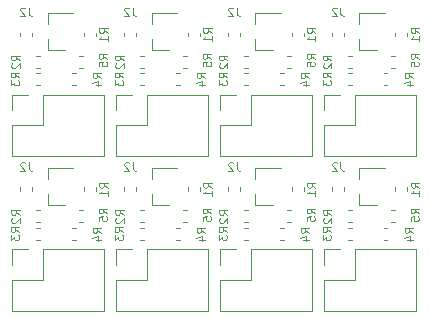
<source format=gbr>
G04 #@! TF.GenerationSoftware,KiCad,Pcbnew,(5.0.1-3-g963ef8bb5)*
G04 #@! TF.CreationDate,2019-09-15T11:53:47-04:00*
G04 #@! TF.ProjectId,RPiheader2x2,5250696865616465723278322E6B6963,rev?*
G04 #@! TF.SameCoordinates,Original*
G04 #@! TF.FileFunction,Legend,Bot*
G04 #@! TF.FilePolarity,Positive*
%FSLAX45Y45*%
G04 Gerber Fmt 4.5, Leading zero omitted, Abs format (unit mm)*
G04 Created by KiCad (PCBNEW (5.0.1-3-g963ef8bb5)) date Sunday, September 15, 2019 at 11:53:47 am*
%MOMM*%
%LPD*%
G01*
G04 APERTURE LIST*
%ADD10C,0.120000*%
%ADD11C,0.080000*%
G04 APERTURE END LIST*
D10*
G04 #@! TO.C,R4*
X-326278Y1929000D02*
X-293722Y1929000D01*
X-326278Y2031000D02*
X-293722Y2031000D01*
G04 #@! TO.C,R1*
X-226000Y2343722D02*
X-226000Y2376278D01*
X-124000Y2343722D02*
X-124000Y2376278D01*
G04 #@! TO.C,R2*
X-626278Y2079000D02*
X-593722Y2079000D01*
X-626278Y2181000D02*
X-593722Y2181000D01*
G04 #@! TO.C,J2*
X-1641000Y2376278D02*
X-1641000Y2343722D01*
X-1539000Y2376278D02*
X-1539000Y2343722D01*
G04 #@! TO.C,R5*
X-1146278Y2079000D02*
X-1113722Y2079000D01*
X-1146278Y2181000D02*
X-1113722Y2181000D01*
G04 #@! TO.C,J2*
X-659000Y2376278D02*
X-659000Y2343722D01*
X-761000Y2376278D02*
X-761000Y2343722D01*
G04 #@! TO.C,R1*
X-124000Y1033722D02*
X-124000Y1066278D01*
X-226000Y1033722D02*
X-226000Y1066278D01*
G04 #@! TO.C,J1*
X-55000Y542000D02*
X-55000Y22000D01*
X-569000Y542000D02*
X-55000Y542000D01*
X-829000Y22000D02*
X-55000Y22000D01*
X-569000Y542000D02*
X-569000Y282000D01*
X-569000Y282000D02*
X-829000Y282000D01*
X-829000Y282000D02*
X-829000Y22000D01*
X-696000Y542000D02*
X-829000Y542000D01*
X-829000Y542000D02*
X-829000Y409000D01*
G04 #@! TO.C,Q1*
X-531000Y917000D02*
X-531000Y1010000D01*
X-531000Y1233000D02*
X-531000Y1140000D01*
X-531000Y1233000D02*
X-315000Y1233000D01*
X-531000Y917000D02*
X-385000Y917000D01*
G04 #@! TO.C,R4*
X-326278Y721000D02*
X-293722Y721000D01*
X-326278Y619000D02*
X-293722Y619000D01*
G04 #@! TO.C,R3*
X-626278Y619000D02*
X-593722Y619000D01*
X-626278Y721000D02*
X-593722Y721000D01*
G04 #@! TO.C,R2*
X-626278Y871000D02*
X-593722Y871000D01*
X-626278Y769000D02*
X-593722Y769000D01*
G04 #@! TO.C,J2*
X-761000Y1066278D02*
X-761000Y1033722D01*
X-659000Y1066278D02*
X-659000Y1033722D01*
G04 #@! TO.C,R5*
X-266278Y769000D02*
X-233722Y769000D01*
X-266278Y871000D02*
X-233722Y871000D01*
G04 #@! TO.C,R4*
X-1206278Y2031000D02*
X-1173722Y2031000D01*
X-1206278Y1929000D02*
X-1173722Y1929000D01*
G04 #@! TO.C,R5*
X-266278Y2181000D02*
X-233722Y2181000D01*
X-266278Y2079000D02*
X-233722Y2079000D01*
G04 #@! TO.C,J1*
X-829000Y1852000D02*
X-829000Y1719000D01*
X-696000Y1852000D02*
X-829000Y1852000D01*
X-829000Y1592000D02*
X-829000Y1332000D01*
X-569000Y1592000D02*
X-829000Y1592000D01*
X-569000Y1852000D02*
X-569000Y1592000D01*
X-829000Y1332000D02*
X-55000Y1332000D01*
X-569000Y1852000D02*
X-55000Y1852000D01*
X-55000Y1852000D02*
X-55000Y1332000D01*
G04 #@! TO.C,Q1*
X-531000Y2227000D02*
X-385000Y2227000D01*
X-531000Y2543000D02*
X-315000Y2543000D01*
X-531000Y2543000D02*
X-531000Y2450000D01*
X-531000Y2227000D02*
X-531000Y2320000D01*
G04 #@! TO.C,J2*
X-1539000Y1066278D02*
X-1539000Y1033722D01*
X-1641000Y1066278D02*
X-1641000Y1033722D01*
G04 #@! TO.C,R5*
X-1146278Y871000D02*
X-1113722Y871000D01*
X-1146278Y769000D02*
X-1113722Y769000D01*
G04 #@! TO.C,R4*
X-1206278Y619000D02*
X-1173722Y619000D01*
X-1206278Y721000D02*
X-1173722Y721000D01*
G04 #@! TO.C,R3*
X-1506278Y721000D02*
X-1473722Y721000D01*
X-1506278Y619000D02*
X-1473722Y619000D01*
G04 #@! TO.C,R2*
X-1506278Y769000D02*
X-1473722Y769000D01*
X-1506278Y871000D02*
X-1473722Y871000D01*
G04 #@! TO.C,Q1*
X-1411000Y917000D02*
X-1265000Y917000D01*
X-1411000Y1233000D02*
X-1195000Y1233000D01*
X-1411000Y1233000D02*
X-1411000Y1140000D01*
X-1411000Y917000D02*
X-1411000Y1010000D01*
G04 #@! TO.C,J1*
X-1709000Y542000D02*
X-1709000Y409000D01*
X-1576000Y542000D02*
X-1709000Y542000D01*
X-1709000Y282000D02*
X-1709000Y22000D01*
X-1449000Y282000D02*
X-1709000Y282000D01*
X-1449000Y542000D02*
X-1449000Y282000D01*
X-1709000Y22000D02*
X-935000Y22000D01*
X-1449000Y542000D02*
X-935000Y542000D01*
X-935000Y542000D02*
X-935000Y22000D01*
G04 #@! TO.C,R1*
X-1106000Y1033722D02*
X-1106000Y1066278D01*
X-1004000Y1033722D02*
X-1004000Y1066278D01*
X-1004000Y2343722D02*
X-1004000Y2376278D01*
X-1106000Y2343722D02*
X-1106000Y2376278D01*
G04 #@! TO.C,J1*
X-935000Y1852000D02*
X-935000Y1332000D01*
X-1449000Y1852000D02*
X-935000Y1852000D01*
X-1709000Y1332000D02*
X-935000Y1332000D01*
X-1449000Y1852000D02*
X-1449000Y1592000D01*
X-1449000Y1592000D02*
X-1709000Y1592000D01*
X-1709000Y1592000D02*
X-1709000Y1332000D01*
X-1576000Y1852000D02*
X-1709000Y1852000D01*
X-1709000Y1852000D02*
X-1709000Y1719000D01*
G04 #@! TO.C,Q1*
X-1411000Y2227000D02*
X-1411000Y2320000D01*
X-1411000Y2543000D02*
X-1411000Y2450000D01*
X-1411000Y2543000D02*
X-1195000Y2543000D01*
X-1411000Y2227000D02*
X-1265000Y2227000D01*
G04 #@! TO.C,R2*
X-1506278Y2181000D02*
X-1473722Y2181000D01*
X-1506278Y2079000D02*
X-1473722Y2079000D01*
G04 #@! TO.C,R3*
X-1506278Y1929000D02*
X-1473722Y1929000D01*
X-1506278Y2031000D02*
X-1473722Y2031000D01*
X-626278Y2031000D02*
X-593722Y2031000D01*
X-626278Y1929000D02*
X-593722Y1929000D01*
G04 #@! TO.C,R1*
X1636000Y2343722D02*
X1636000Y2376278D01*
X1534000Y2343722D02*
X1534000Y2376278D01*
G04 #@! TO.C,J1*
X1705000Y1852000D02*
X1705000Y1332000D01*
X1191000Y1852000D02*
X1705000Y1852000D01*
X931000Y1332000D02*
X1705000Y1332000D01*
X1191000Y1852000D02*
X1191000Y1592000D01*
X1191000Y1592000D02*
X931000Y1592000D01*
X931000Y1592000D02*
X931000Y1332000D01*
X1064000Y1852000D02*
X931000Y1852000D01*
X931000Y1852000D02*
X931000Y1719000D01*
G04 #@! TO.C,Q1*
X1229000Y2227000D02*
X1229000Y2320000D01*
X1229000Y2543000D02*
X1229000Y2450000D01*
X1229000Y2543000D02*
X1445000Y2543000D01*
X1229000Y2227000D02*
X1375000Y2227000D01*
G04 #@! TO.C,R4*
X1433722Y2031000D02*
X1466278Y2031000D01*
X1433722Y1929000D02*
X1466278Y1929000D01*
G04 #@! TO.C,R3*
X1133722Y1929000D02*
X1166278Y1929000D01*
X1133722Y2031000D02*
X1166278Y2031000D01*
G04 #@! TO.C,R2*
X1133722Y2181000D02*
X1166278Y2181000D01*
X1133722Y2079000D02*
X1166278Y2079000D01*
G04 #@! TO.C,J2*
X999000Y2376278D02*
X999000Y2343722D01*
X1101000Y2376278D02*
X1101000Y2343722D01*
G04 #@! TO.C,R5*
X1493722Y2079000D02*
X1526278Y2079000D01*
X1493722Y2181000D02*
X1526278Y2181000D01*
G04 #@! TO.C,J2*
X221000Y2376278D02*
X221000Y2343722D01*
X119000Y2376278D02*
X119000Y2343722D01*
G04 #@! TO.C,R5*
X613722Y2181000D02*
X646278Y2181000D01*
X613722Y2079000D02*
X646278Y2079000D01*
G04 #@! TO.C,R4*
X553722Y1929000D02*
X586278Y1929000D01*
X553722Y2031000D02*
X586278Y2031000D01*
G04 #@! TO.C,R3*
X253722Y2031000D02*
X286278Y2031000D01*
X253722Y1929000D02*
X286278Y1929000D01*
G04 #@! TO.C,R2*
X253722Y2079000D02*
X286278Y2079000D01*
X253722Y2181000D02*
X286278Y2181000D01*
G04 #@! TO.C,Q1*
X349000Y2227000D02*
X495000Y2227000D01*
X349000Y2543000D02*
X565000Y2543000D01*
X349000Y2543000D02*
X349000Y2450000D01*
X349000Y2227000D02*
X349000Y2320000D01*
G04 #@! TO.C,J1*
X51000Y1852000D02*
X51000Y1719000D01*
X184000Y1852000D02*
X51000Y1852000D01*
X51000Y1592000D02*
X51000Y1332000D01*
X311000Y1592000D02*
X51000Y1592000D01*
X311000Y1852000D02*
X311000Y1592000D01*
X51000Y1332000D02*
X825000Y1332000D01*
X311000Y1852000D02*
X825000Y1852000D01*
X825000Y1852000D02*
X825000Y1332000D01*
G04 #@! TO.C,R1*
X654000Y2343722D02*
X654000Y2376278D01*
X756000Y2343722D02*
X756000Y2376278D01*
G04 #@! TO.C,J2*
X1101000Y1066278D02*
X1101000Y1033722D01*
X999000Y1066278D02*
X999000Y1033722D01*
G04 #@! TO.C,R5*
X1493722Y871000D02*
X1526278Y871000D01*
X1493722Y769000D02*
X1526278Y769000D01*
G04 #@! TO.C,R4*
X1433722Y619000D02*
X1466278Y619000D01*
X1433722Y721000D02*
X1466278Y721000D01*
G04 #@! TO.C,R3*
X1133722Y721000D02*
X1166278Y721000D01*
X1133722Y619000D02*
X1166278Y619000D01*
G04 #@! TO.C,R2*
X1133722Y769000D02*
X1166278Y769000D01*
X1133722Y871000D02*
X1166278Y871000D01*
G04 #@! TO.C,Q1*
X1229000Y917000D02*
X1375000Y917000D01*
X1229000Y1233000D02*
X1445000Y1233000D01*
X1229000Y1233000D02*
X1229000Y1140000D01*
X1229000Y917000D02*
X1229000Y1010000D01*
G04 #@! TO.C,J1*
X931000Y542000D02*
X931000Y409000D01*
X1064000Y542000D02*
X931000Y542000D01*
X931000Y282000D02*
X931000Y22000D01*
X1191000Y282000D02*
X931000Y282000D01*
X1191000Y542000D02*
X1191000Y282000D01*
X931000Y22000D02*
X1705000Y22000D01*
X1191000Y542000D02*
X1705000Y542000D01*
X1705000Y542000D02*
X1705000Y22000D01*
G04 #@! TO.C,R1*
X1534000Y1033722D02*
X1534000Y1066278D01*
X1636000Y1033722D02*
X1636000Y1066278D01*
X756000Y1033722D02*
X756000Y1066278D01*
X654000Y1033722D02*
X654000Y1066278D01*
G04 #@! TO.C,J1*
X825000Y542000D02*
X825000Y22000D01*
X311000Y542000D02*
X825000Y542000D01*
X51000Y22000D02*
X825000Y22000D01*
X311000Y542000D02*
X311000Y282000D01*
X311000Y282000D02*
X51000Y282000D01*
X51000Y282000D02*
X51000Y22000D01*
X184000Y542000D02*
X51000Y542000D01*
X51000Y542000D02*
X51000Y409000D01*
G04 #@! TO.C,Q1*
X349000Y917000D02*
X349000Y1010000D01*
X349000Y1233000D02*
X349000Y1140000D01*
X349000Y1233000D02*
X565000Y1233000D01*
X349000Y917000D02*
X495000Y917000D01*
G04 #@! TO.C,R2*
X253722Y871000D02*
X286278Y871000D01*
X253722Y769000D02*
X286278Y769000D01*
G04 #@! TO.C,R3*
X253722Y619000D02*
X286278Y619000D01*
X253722Y721000D02*
X286278Y721000D01*
G04 #@! TO.C,R4*
X553722Y721000D02*
X586278Y721000D01*
X553722Y619000D02*
X586278Y619000D01*
G04 #@! TO.C,R5*
X613722Y769000D02*
X646278Y769000D01*
X613722Y871000D02*
X646278Y871000D01*
G04 #@! TO.C,J2*
X119000Y1066278D02*
X119000Y1033722D01*
X221000Y1066278D02*
X221000Y1033722D01*
G04 #@! TO.C,R4*
D11*
X-78333Y1991667D02*
X-111667Y2015000D01*
X-78333Y2031667D02*
X-148333Y2031667D01*
X-148333Y2005000D01*
X-145000Y1998333D01*
X-141667Y1995000D01*
X-135000Y1991667D01*
X-125000Y1991667D01*
X-118333Y1995000D01*
X-115000Y1998333D01*
X-111667Y2005000D01*
X-111667Y2031667D01*
X-125000Y1931667D02*
X-78333Y1931667D01*
X-151667Y1948333D02*
X-101667Y1965000D01*
X-101667Y1921667D01*
G04 #@! TO.C,R1*
X-23333Y2371667D02*
X-56667Y2395000D01*
X-23333Y2411667D02*
X-93333Y2411667D01*
X-93333Y2385000D01*
X-90000Y2378333D01*
X-86667Y2375000D01*
X-80000Y2371667D01*
X-70000Y2371667D01*
X-63333Y2375000D01*
X-60000Y2378333D01*
X-56667Y2385000D01*
X-56667Y2411667D01*
X-23333Y2305000D02*
X-23333Y2345000D01*
X-23333Y2325000D02*
X-93333Y2325000D01*
X-83333Y2331667D01*
X-76667Y2338333D01*
X-73333Y2345000D01*
G04 #@! TO.C,R2*
X-768333Y2141667D02*
X-801667Y2165000D01*
X-768333Y2181667D02*
X-838333Y2181667D01*
X-838333Y2155000D01*
X-835000Y2148333D01*
X-831667Y2145000D01*
X-825000Y2141667D01*
X-815000Y2141667D01*
X-808333Y2145000D01*
X-805000Y2148333D01*
X-801667Y2155000D01*
X-801667Y2181667D01*
X-831667Y2115000D02*
X-835000Y2111667D01*
X-838333Y2105000D01*
X-838333Y2088333D01*
X-835000Y2081667D01*
X-831667Y2078333D01*
X-825000Y2075000D01*
X-818333Y2075000D01*
X-808333Y2078333D01*
X-768333Y2118333D01*
X-768333Y2075000D01*
G04 #@! TO.C,J2*
X-1571667Y2588333D02*
X-1571667Y2538333D01*
X-1568333Y2528333D01*
X-1561667Y2521667D01*
X-1551667Y2518333D01*
X-1545000Y2518333D01*
X-1601667Y2581667D02*
X-1605000Y2585000D01*
X-1611667Y2588333D01*
X-1628333Y2588333D01*
X-1635000Y2585000D01*
X-1638333Y2581667D01*
X-1641667Y2575000D01*
X-1641667Y2568333D01*
X-1638333Y2558333D01*
X-1598333Y2518333D01*
X-1641667Y2518333D01*
G04 #@! TO.C,R5*
X-908333Y2156667D02*
X-941667Y2180000D01*
X-908333Y2196667D02*
X-978333Y2196667D01*
X-978333Y2170000D01*
X-975000Y2163333D01*
X-971667Y2160000D01*
X-965000Y2156667D01*
X-955000Y2156667D01*
X-948333Y2160000D01*
X-945000Y2163333D01*
X-941667Y2170000D01*
X-941667Y2196667D01*
X-978333Y2093333D02*
X-978333Y2126667D01*
X-945000Y2130000D01*
X-948333Y2126667D01*
X-951667Y2120000D01*
X-951667Y2103333D01*
X-948333Y2096667D01*
X-945000Y2093333D01*
X-938333Y2090000D01*
X-921667Y2090000D01*
X-915000Y2093333D01*
X-911667Y2096667D01*
X-908333Y2103333D01*
X-908333Y2120000D01*
X-911667Y2126667D01*
X-915000Y2130000D01*
G04 #@! TO.C,J2*
X-691667Y2588333D02*
X-691667Y2538333D01*
X-688333Y2528333D01*
X-681667Y2521667D01*
X-671667Y2518333D01*
X-665000Y2518333D01*
X-721667Y2581667D02*
X-725000Y2585000D01*
X-731667Y2588333D01*
X-748333Y2588333D01*
X-755000Y2585000D01*
X-758333Y2581667D01*
X-761667Y2575000D01*
X-761667Y2568333D01*
X-758333Y2558333D01*
X-718333Y2518333D01*
X-761667Y2518333D01*
G04 #@! TO.C,R1*
X-23333Y1061667D02*
X-56667Y1085000D01*
X-23333Y1101667D02*
X-93333Y1101667D01*
X-93333Y1075000D01*
X-90000Y1068333D01*
X-86667Y1065000D01*
X-80000Y1061667D01*
X-70000Y1061667D01*
X-63333Y1065000D01*
X-60000Y1068333D01*
X-56667Y1075000D01*
X-56667Y1101667D01*
X-23333Y995000D02*
X-23333Y1035000D01*
X-23333Y1015000D02*
X-93333Y1015000D01*
X-83333Y1021667D01*
X-76667Y1028333D01*
X-73333Y1035000D01*
G04 #@! TO.C,R4*
X-78333Y681667D02*
X-111667Y705000D01*
X-78333Y721667D02*
X-148333Y721667D01*
X-148333Y695000D01*
X-145000Y688333D01*
X-141667Y685000D01*
X-135000Y681667D01*
X-125000Y681667D01*
X-118333Y685000D01*
X-115000Y688333D01*
X-111667Y695000D01*
X-111667Y721667D01*
X-125000Y621667D02*
X-78333Y621667D01*
X-151667Y638333D02*
X-101667Y655000D01*
X-101667Y611667D01*
G04 #@! TO.C,R3*
X-773333Y686667D02*
X-806667Y710000D01*
X-773333Y726667D02*
X-843333Y726667D01*
X-843333Y700000D01*
X-840000Y693333D01*
X-836667Y690000D01*
X-830000Y686667D01*
X-820000Y686667D01*
X-813333Y690000D01*
X-810000Y693333D01*
X-806667Y700000D01*
X-806667Y726667D01*
X-843333Y663333D02*
X-843333Y620000D01*
X-816667Y643333D01*
X-816667Y633333D01*
X-813333Y626667D01*
X-810000Y623333D01*
X-803333Y620000D01*
X-786667Y620000D01*
X-780000Y623333D01*
X-776667Y626667D01*
X-773333Y633333D01*
X-773333Y653333D01*
X-776667Y660000D01*
X-780000Y663333D01*
G04 #@! TO.C,R2*
X-768333Y831667D02*
X-801667Y855000D01*
X-768333Y871667D02*
X-838333Y871667D01*
X-838333Y845000D01*
X-835000Y838333D01*
X-831667Y835000D01*
X-825000Y831667D01*
X-815000Y831667D01*
X-808333Y835000D01*
X-805000Y838333D01*
X-801667Y845000D01*
X-801667Y871667D01*
X-831667Y805000D02*
X-835000Y801667D01*
X-838333Y795000D01*
X-838333Y778333D01*
X-835000Y771667D01*
X-831667Y768333D01*
X-825000Y765000D01*
X-818333Y765000D01*
X-808333Y768333D01*
X-768333Y808333D01*
X-768333Y765000D01*
G04 #@! TO.C,J2*
X-691667Y1278333D02*
X-691667Y1228333D01*
X-688333Y1218333D01*
X-681667Y1211667D01*
X-671667Y1208333D01*
X-665000Y1208333D01*
X-721667Y1271667D02*
X-725000Y1275000D01*
X-731667Y1278333D01*
X-748333Y1278333D01*
X-755000Y1275000D01*
X-758333Y1271667D01*
X-761667Y1265000D01*
X-761667Y1258333D01*
X-758333Y1248333D01*
X-718333Y1208333D01*
X-761667Y1208333D01*
G04 #@! TO.C,R5*
X-28333Y846667D02*
X-61667Y870000D01*
X-28333Y886667D02*
X-98333Y886667D01*
X-98333Y860000D01*
X-95000Y853333D01*
X-91667Y850000D01*
X-85000Y846667D01*
X-75000Y846667D01*
X-68333Y850000D01*
X-65000Y853333D01*
X-61667Y860000D01*
X-61667Y886667D01*
X-98333Y783333D02*
X-98333Y816667D01*
X-65000Y820000D01*
X-68333Y816667D01*
X-71667Y810000D01*
X-71667Y793333D01*
X-68333Y786667D01*
X-65000Y783333D01*
X-58333Y780000D01*
X-41667Y780000D01*
X-35000Y783333D01*
X-31667Y786667D01*
X-28333Y793333D01*
X-28333Y810000D01*
X-31667Y816667D01*
X-35000Y820000D01*
G04 #@! TO.C,R4*
X-958333Y1991667D02*
X-991667Y2015000D01*
X-958333Y2031667D02*
X-1028333Y2031667D01*
X-1028333Y2005000D01*
X-1025000Y1998333D01*
X-1021667Y1995000D01*
X-1015000Y1991667D01*
X-1005000Y1991667D01*
X-998333Y1995000D01*
X-995000Y1998333D01*
X-991667Y2005000D01*
X-991667Y2031667D01*
X-1005000Y1931667D02*
X-958333Y1931667D01*
X-1031667Y1948333D02*
X-981667Y1965000D01*
X-981667Y1921667D01*
G04 #@! TO.C,R5*
X-28333Y2156667D02*
X-61667Y2180000D01*
X-28333Y2196667D02*
X-98333Y2196667D01*
X-98333Y2170000D01*
X-95000Y2163333D01*
X-91667Y2160000D01*
X-85000Y2156667D01*
X-75000Y2156667D01*
X-68333Y2160000D01*
X-65000Y2163333D01*
X-61667Y2170000D01*
X-61667Y2196667D01*
X-98333Y2093333D02*
X-98333Y2126667D01*
X-65000Y2130000D01*
X-68333Y2126667D01*
X-71667Y2120000D01*
X-71667Y2103333D01*
X-68333Y2096667D01*
X-65000Y2093333D01*
X-58333Y2090000D01*
X-41667Y2090000D01*
X-35000Y2093333D01*
X-31667Y2096667D01*
X-28333Y2103333D01*
X-28333Y2120000D01*
X-31667Y2126667D01*
X-35000Y2130000D01*
G04 #@! TO.C,J2*
X-1571667Y1278333D02*
X-1571667Y1228333D01*
X-1568333Y1218333D01*
X-1561667Y1211667D01*
X-1551667Y1208333D01*
X-1545000Y1208333D01*
X-1601667Y1271667D02*
X-1605000Y1275000D01*
X-1611667Y1278333D01*
X-1628333Y1278333D01*
X-1635000Y1275000D01*
X-1638333Y1271667D01*
X-1641667Y1265000D01*
X-1641667Y1258333D01*
X-1638333Y1248333D01*
X-1598333Y1208333D01*
X-1641667Y1208333D01*
G04 #@! TO.C,R5*
X-908333Y846667D02*
X-941667Y870000D01*
X-908333Y886667D02*
X-978333Y886667D01*
X-978333Y860000D01*
X-975000Y853333D01*
X-971667Y850000D01*
X-965000Y846667D01*
X-955000Y846667D01*
X-948333Y850000D01*
X-945000Y853333D01*
X-941667Y860000D01*
X-941667Y886667D01*
X-978333Y783333D02*
X-978333Y816667D01*
X-945000Y820000D01*
X-948333Y816667D01*
X-951667Y810000D01*
X-951667Y793333D01*
X-948333Y786667D01*
X-945000Y783333D01*
X-938333Y780000D01*
X-921667Y780000D01*
X-915000Y783333D01*
X-911667Y786667D01*
X-908333Y793333D01*
X-908333Y810000D01*
X-911667Y816667D01*
X-915000Y820000D01*
G04 #@! TO.C,R4*
X-958333Y681667D02*
X-991667Y705000D01*
X-958333Y721667D02*
X-1028333Y721667D01*
X-1028333Y695000D01*
X-1025000Y688333D01*
X-1021667Y685000D01*
X-1015000Y681667D01*
X-1005000Y681667D01*
X-998333Y685000D01*
X-995000Y688333D01*
X-991667Y695000D01*
X-991667Y721667D01*
X-1005000Y621667D02*
X-958333Y621667D01*
X-1031667Y638333D02*
X-981667Y655000D01*
X-981667Y611667D01*
G04 #@! TO.C,R3*
X-1653333Y686667D02*
X-1686667Y710000D01*
X-1653333Y726667D02*
X-1723333Y726667D01*
X-1723333Y700000D01*
X-1720000Y693333D01*
X-1716667Y690000D01*
X-1710000Y686667D01*
X-1700000Y686667D01*
X-1693333Y690000D01*
X-1690000Y693333D01*
X-1686667Y700000D01*
X-1686667Y726667D01*
X-1723333Y663333D02*
X-1723333Y620000D01*
X-1696667Y643333D01*
X-1696667Y633333D01*
X-1693333Y626667D01*
X-1690000Y623333D01*
X-1683333Y620000D01*
X-1666667Y620000D01*
X-1660000Y623333D01*
X-1656667Y626667D01*
X-1653333Y633333D01*
X-1653333Y653333D01*
X-1656667Y660000D01*
X-1660000Y663333D01*
G04 #@! TO.C,R2*
X-1648333Y831667D02*
X-1681667Y855000D01*
X-1648333Y871667D02*
X-1718333Y871667D01*
X-1718333Y845000D01*
X-1715000Y838333D01*
X-1711667Y835000D01*
X-1705000Y831667D01*
X-1695000Y831667D01*
X-1688333Y835000D01*
X-1685000Y838333D01*
X-1681667Y845000D01*
X-1681667Y871667D01*
X-1711667Y805000D02*
X-1715000Y801667D01*
X-1718333Y795000D01*
X-1718333Y778333D01*
X-1715000Y771667D01*
X-1711667Y768333D01*
X-1705000Y765000D01*
X-1698333Y765000D01*
X-1688333Y768333D01*
X-1648333Y808333D01*
X-1648333Y765000D01*
G04 #@! TO.C,R1*
X-903333Y1061667D02*
X-936667Y1085000D01*
X-903333Y1101667D02*
X-973333Y1101667D01*
X-973333Y1075000D01*
X-970000Y1068333D01*
X-966667Y1065000D01*
X-960000Y1061667D01*
X-950000Y1061667D01*
X-943333Y1065000D01*
X-940000Y1068333D01*
X-936667Y1075000D01*
X-936667Y1101667D01*
X-903333Y995000D02*
X-903333Y1035000D01*
X-903333Y1015000D02*
X-973333Y1015000D01*
X-963333Y1021667D01*
X-956667Y1028333D01*
X-953333Y1035000D01*
X-903333Y2371667D02*
X-936667Y2395000D01*
X-903333Y2411667D02*
X-973333Y2411667D01*
X-973333Y2385000D01*
X-970000Y2378333D01*
X-966667Y2375000D01*
X-960000Y2371667D01*
X-950000Y2371667D01*
X-943333Y2375000D01*
X-940000Y2378333D01*
X-936667Y2385000D01*
X-936667Y2411667D01*
X-903333Y2305000D02*
X-903333Y2345000D01*
X-903333Y2325000D02*
X-973333Y2325000D01*
X-963333Y2331667D01*
X-956667Y2338333D01*
X-953333Y2345000D01*
G04 #@! TO.C,R2*
X-1648333Y2141667D02*
X-1681667Y2165000D01*
X-1648333Y2181667D02*
X-1718333Y2181667D01*
X-1718333Y2155000D01*
X-1715000Y2148333D01*
X-1711667Y2145000D01*
X-1705000Y2141667D01*
X-1695000Y2141667D01*
X-1688333Y2145000D01*
X-1685000Y2148333D01*
X-1681667Y2155000D01*
X-1681667Y2181667D01*
X-1711667Y2115000D02*
X-1715000Y2111667D01*
X-1718333Y2105000D01*
X-1718333Y2088333D01*
X-1715000Y2081667D01*
X-1711667Y2078333D01*
X-1705000Y2075000D01*
X-1698333Y2075000D01*
X-1688333Y2078333D01*
X-1648333Y2118333D01*
X-1648333Y2075000D01*
G04 #@! TO.C,R3*
X-1653333Y1996667D02*
X-1686667Y2020000D01*
X-1653333Y2036667D02*
X-1723333Y2036667D01*
X-1723333Y2010000D01*
X-1720000Y2003333D01*
X-1716667Y2000000D01*
X-1710000Y1996667D01*
X-1700000Y1996667D01*
X-1693333Y2000000D01*
X-1690000Y2003333D01*
X-1686667Y2010000D01*
X-1686667Y2036667D01*
X-1723333Y1973333D02*
X-1723333Y1930000D01*
X-1696667Y1953333D01*
X-1696667Y1943333D01*
X-1693333Y1936667D01*
X-1690000Y1933333D01*
X-1683333Y1930000D01*
X-1666667Y1930000D01*
X-1660000Y1933333D01*
X-1656667Y1936667D01*
X-1653333Y1943333D01*
X-1653333Y1963333D01*
X-1656667Y1970000D01*
X-1660000Y1973333D01*
X-773333Y1996667D02*
X-806667Y2020000D01*
X-773333Y2036667D02*
X-843333Y2036667D01*
X-843333Y2010000D01*
X-840000Y2003333D01*
X-836667Y2000000D01*
X-830000Y1996667D01*
X-820000Y1996667D01*
X-813333Y2000000D01*
X-810000Y2003333D01*
X-806667Y2010000D01*
X-806667Y2036667D01*
X-843333Y1973333D02*
X-843333Y1930000D01*
X-816667Y1953333D01*
X-816667Y1943333D01*
X-813333Y1936667D01*
X-810000Y1933333D01*
X-803333Y1930000D01*
X-786667Y1930000D01*
X-780000Y1933333D01*
X-776667Y1936667D01*
X-773333Y1943333D01*
X-773333Y1963333D01*
X-776667Y1970000D01*
X-780000Y1973333D01*
G04 #@! TO.C,R1*
X1736667Y2371667D02*
X1703333Y2395000D01*
X1736667Y2411667D02*
X1666667Y2411667D01*
X1666667Y2385000D01*
X1670000Y2378333D01*
X1673333Y2375000D01*
X1680000Y2371667D01*
X1690000Y2371667D01*
X1696667Y2375000D01*
X1700000Y2378333D01*
X1703333Y2385000D01*
X1703333Y2411667D01*
X1736667Y2305000D02*
X1736667Y2345000D01*
X1736667Y2325000D02*
X1666667Y2325000D01*
X1676667Y2331667D01*
X1683333Y2338333D01*
X1686667Y2345000D01*
G04 #@! TO.C,R4*
X1681667Y1991667D02*
X1648333Y2015000D01*
X1681667Y2031667D02*
X1611667Y2031667D01*
X1611667Y2005000D01*
X1615000Y1998333D01*
X1618333Y1995000D01*
X1625000Y1991667D01*
X1635000Y1991667D01*
X1641667Y1995000D01*
X1645000Y1998333D01*
X1648333Y2005000D01*
X1648333Y2031667D01*
X1635000Y1931667D02*
X1681667Y1931667D01*
X1608333Y1948333D02*
X1658333Y1965000D01*
X1658333Y1921667D01*
G04 #@! TO.C,R3*
X986667Y1996667D02*
X953333Y2020000D01*
X986667Y2036667D02*
X916667Y2036667D01*
X916667Y2010000D01*
X920000Y2003333D01*
X923333Y2000000D01*
X930000Y1996667D01*
X940000Y1996667D01*
X946667Y2000000D01*
X950000Y2003333D01*
X953333Y2010000D01*
X953333Y2036667D01*
X916667Y1973333D02*
X916667Y1930000D01*
X943333Y1953333D01*
X943333Y1943333D01*
X946667Y1936667D01*
X950000Y1933333D01*
X956667Y1930000D01*
X973333Y1930000D01*
X980000Y1933333D01*
X983333Y1936667D01*
X986667Y1943333D01*
X986667Y1963333D01*
X983333Y1970000D01*
X980000Y1973333D01*
G04 #@! TO.C,R2*
X991667Y2141667D02*
X958333Y2165000D01*
X991667Y2181667D02*
X921667Y2181667D01*
X921667Y2155000D01*
X925000Y2148333D01*
X928333Y2145000D01*
X935000Y2141667D01*
X945000Y2141667D01*
X951667Y2145000D01*
X955000Y2148333D01*
X958333Y2155000D01*
X958333Y2181667D01*
X928333Y2115000D02*
X925000Y2111667D01*
X921667Y2105000D01*
X921667Y2088333D01*
X925000Y2081667D01*
X928333Y2078333D01*
X935000Y2075000D01*
X941667Y2075000D01*
X951667Y2078333D01*
X991667Y2118333D01*
X991667Y2075000D01*
G04 #@! TO.C,J2*
X1068333Y2588333D02*
X1068333Y2538333D01*
X1071667Y2528333D01*
X1078333Y2521667D01*
X1088333Y2518333D01*
X1095000Y2518333D01*
X1038333Y2581667D02*
X1035000Y2585000D01*
X1028333Y2588333D01*
X1011667Y2588333D01*
X1005000Y2585000D01*
X1001667Y2581667D01*
X998333Y2575000D01*
X998333Y2568333D01*
X1001667Y2558333D01*
X1041667Y2518333D01*
X998333Y2518333D01*
G04 #@! TO.C,R5*
X1731667Y2156667D02*
X1698333Y2180000D01*
X1731667Y2196667D02*
X1661667Y2196667D01*
X1661667Y2170000D01*
X1665000Y2163333D01*
X1668333Y2160000D01*
X1675000Y2156667D01*
X1685000Y2156667D01*
X1691667Y2160000D01*
X1695000Y2163333D01*
X1698333Y2170000D01*
X1698333Y2196667D01*
X1661667Y2093333D02*
X1661667Y2126667D01*
X1695000Y2130000D01*
X1691667Y2126667D01*
X1688333Y2120000D01*
X1688333Y2103333D01*
X1691667Y2096667D01*
X1695000Y2093333D01*
X1701667Y2090000D01*
X1718333Y2090000D01*
X1725000Y2093333D01*
X1728333Y2096667D01*
X1731667Y2103333D01*
X1731667Y2120000D01*
X1728333Y2126667D01*
X1725000Y2130000D01*
G04 #@! TO.C,J2*
X188333Y2588333D02*
X188333Y2538333D01*
X191667Y2528333D01*
X198333Y2521667D01*
X208333Y2518333D01*
X215000Y2518333D01*
X158333Y2581667D02*
X155000Y2585000D01*
X148333Y2588333D01*
X131667Y2588333D01*
X125000Y2585000D01*
X121667Y2581667D01*
X118333Y2575000D01*
X118333Y2568333D01*
X121667Y2558333D01*
X161667Y2518333D01*
X118333Y2518333D01*
G04 #@! TO.C,R5*
X851667Y2156667D02*
X818333Y2180000D01*
X851667Y2196667D02*
X781667Y2196667D01*
X781667Y2170000D01*
X785000Y2163333D01*
X788333Y2160000D01*
X795000Y2156667D01*
X805000Y2156667D01*
X811667Y2160000D01*
X815000Y2163333D01*
X818333Y2170000D01*
X818333Y2196667D01*
X781667Y2093333D02*
X781667Y2126667D01*
X815000Y2130000D01*
X811667Y2126667D01*
X808333Y2120000D01*
X808333Y2103333D01*
X811667Y2096667D01*
X815000Y2093333D01*
X821667Y2090000D01*
X838333Y2090000D01*
X845000Y2093333D01*
X848333Y2096667D01*
X851667Y2103333D01*
X851667Y2120000D01*
X848333Y2126667D01*
X845000Y2130000D01*
G04 #@! TO.C,R4*
X801667Y1991667D02*
X768333Y2015000D01*
X801667Y2031667D02*
X731667Y2031667D01*
X731667Y2005000D01*
X735000Y1998333D01*
X738333Y1995000D01*
X745000Y1991667D01*
X755000Y1991667D01*
X761667Y1995000D01*
X765000Y1998333D01*
X768333Y2005000D01*
X768333Y2031667D01*
X755000Y1931667D02*
X801667Y1931667D01*
X728333Y1948333D02*
X778333Y1965000D01*
X778333Y1921667D01*
G04 #@! TO.C,R3*
X106667Y1996667D02*
X73333Y2020000D01*
X106667Y2036667D02*
X36667Y2036667D01*
X36667Y2010000D01*
X40000Y2003333D01*
X43333Y2000000D01*
X50000Y1996667D01*
X60000Y1996667D01*
X66667Y2000000D01*
X70000Y2003333D01*
X73333Y2010000D01*
X73333Y2036667D01*
X36667Y1973333D02*
X36667Y1930000D01*
X63333Y1953333D01*
X63333Y1943333D01*
X66667Y1936667D01*
X70000Y1933333D01*
X76667Y1930000D01*
X93333Y1930000D01*
X100000Y1933333D01*
X103333Y1936667D01*
X106667Y1943333D01*
X106667Y1963333D01*
X103333Y1970000D01*
X100000Y1973333D01*
G04 #@! TO.C,R2*
X111667Y2141667D02*
X78333Y2165000D01*
X111667Y2181667D02*
X41667Y2181667D01*
X41667Y2155000D01*
X45000Y2148333D01*
X48333Y2145000D01*
X55000Y2141667D01*
X65000Y2141667D01*
X71667Y2145000D01*
X75000Y2148333D01*
X78333Y2155000D01*
X78333Y2181667D01*
X48333Y2115000D02*
X45000Y2111667D01*
X41667Y2105000D01*
X41667Y2088333D01*
X45000Y2081667D01*
X48333Y2078333D01*
X55000Y2075000D01*
X61667Y2075000D01*
X71667Y2078333D01*
X111667Y2118333D01*
X111667Y2075000D01*
G04 #@! TO.C,R1*
X856667Y2371667D02*
X823333Y2395000D01*
X856667Y2411667D02*
X786667Y2411667D01*
X786667Y2385000D01*
X790000Y2378333D01*
X793333Y2375000D01*
X800000Y2371667D01*
X810000Y2371667D01*
X816667Y2375000D01*
X820000Y2378333D01*
X823333Y2385000D01*
X823333Y2411667D01*
X856667Y2305000D02*
X856667Y2345000D01*
X856667Y2325000D02*
X786667Y2325000D01*
X796667Y2331667D01*
X803333Y2338333D01*
X806667Y2345000D01*
G04 #@! TO.C,J2*
X1068333Y1278333D02*
X1068333Y1228333D01*
X1071667Y1218333D01*
X1078333Y1211667D01*
X1088333Y1208333D01*
X1095000Y1208333D01*
X1038333Y1271667D02*
X1035000Y1275000D01*
X1028333Y1278333D01*
X1011667Y1278333D01*
X1005000Y1275000D01*
X1001667Y1271667D01*
X998333Y1265000D01*
X998333Y1258333D01*
X1001667Y1248333D01*
X1041667Y1208333D01*
X998333Y1208333D01*
G04 #@! TO.C,R5*
X1731667Y846667D02*
X1698333Y870000D01*
X1731667Y886667D02*
X1661667Y886667D01*
X1661667Y860000D01*
X1665000Y853333D01*
X1668333Y850000D01*
X1675000Y846667D01*
X1685000Y846667D01*
X1691667Y850000D01*
X1695000Y853333D01*
X1698333Y860000D01*
X1698333Y886667D01*
X1661667Y783333D02*
X1661667Y816667D01*
X1695000Y820000D01*
X1691667Y816667D01*
X1688333Y810000D01*
X1688333Y793333D01*
X1691667Y786667D01*
X1695000Y783333D01*
X1701667Y780000D01*
X1718333Y780000D01*
X1725000Y783333D01*
X1728333Y786667D01*
X1731667Y793333D01*
X1731667Y810000D01*
X1728333Y816667D01*
X1725000Y820000D01*
G04 #@! TO.C,R4*
X1681667Y681667D02*
X1648333Y705000D01*
X1681667Y721667D02*
X1611667Y721667D01*
X1611667Y695000D01*
X1615000Y688333D01*
X1618333Y685000D01*
X1625000Y681667D01*
X1635000Y681667D01*
X1641667Y685000D01*
X1645000Y688333D01*
X1648333Y695000D01*
X1648333Y721667D01*
X1635000Y621667D02*
X1681667Y621667D01*
X1608333Y638333D02*
X1658333Y655000D01*
X1658333Y611667D01*
G04 #@! TO.C,R3*
X986667Y686667D02*
X953333Y710000D01*
X986667Y726667D02*
X916667Y726667D01*
X916667Y700000D01*
X920000Y693333D01*
X923333Y690000D01*
X930000Y686667D01*
X940000Y686667D01*
X946667Y690000D01*
X950000Y693333D01*
X953333Y700000D01*
X953333Y726667D01*
X916667Y663333D02*
X916667Y620000D01*
X943333Y643333D01*
X943333Y633333D01*
X946667Y626667D01*
X950000Y623333D01*
X956667Y620000D01*
X973333Y620000D01*
X980000Y623333D01*
X983333Y626667D01*
X986667Y633333D01*
X986667Y653333D01*
X983333Y660000D01*
X980000Y663333D01*
G04 #@! TO.C,R2*
X991667Y831667D02*
X958333Y855000D01*
X991667Y871667D02*
X921667Y871667D01*
X921667Y845000D01*
X925000Y838333D01*
X928333Y835000D01*
X935000Y831667D01*
X945000Y831667D01*
X951667Y835000D01*
X955000Y838333D01*
X958333Y845000D01*
X958333Y871667D01*
X928333Y805000D02*
X925000Y801667D01*
X921667Y795000D01*
X921667Y778333D01*
X925000Y771667D01*
X928333Y768333D01*
X935000Y765000D01*
X941667Y765000D01*
X951667Y768333D01*
X991667Y808333D01*
X991667Y765000D01*
G04 #@! TO.C,R1*
X1736667Y1061667D02*
X1703333Y1085000D01*
X1736667Y1101667D02*
X1666667Y1101667D01*
X1666667Y1075000D01*
X1670000Y1068333D01*
X1673333Y1065000D01*
X1680000Y1061667D01*
X1690000Y1061667D01*
X1696667Y1065000D01*
X1700000Y1068333D01*
X1703333Y1075000D01*
X1703333Y1101667D01*
X1736667Y995000D02*
X1736667Y1035000D01*
X1736667Y1015000D02*
X1666667Y1015000D01*
X1676667Y1021667D01*
X1683333Y1028333D01*
X1686667Y1035000D01*
X856667Y1061667D02*
X823333Y1085000D01*
X856667Y1101667D02*
X786667Y1101667D01*
X786667Y1075000D01*
X790000Y1068333D01*
X793333Y1065000D01*
X800000Y1061667D01*
X810000Y1061667D01*
X816667Y1065000D01*
X820000Y1068333D01*
X823333Y1075000D01*
X823333Y1101667D01*
X856667Y995000D02*
X856667Y1035000D01*
X856667Y1015000D02*
X786667Y1015000D01*
X796667Y1021667D01*
X803333Y1028333D01*
X806667Y1035000D01*
G04 #@! TO.C,R2*
X111667Y831667D02*
X78333Y855000D01*
X111667Y871667D02*
X41667Y871667D01*
X41667Y845000D01*
X45000Y838333D01*
X48333Y835000D01*
X55000Y831667D01*
X65000Y831667D01*
X71667Y835000D01*
X75000Y838333D01*
X78333Y845000D01*
X78333Y871667D01*
X48333Y805000D02*
X45000Y801667D01*
X41667Y795000D01*
X41667Y778333D01*
X45000Y771667D01*
X48333Y768333D01*
X55000Y765000D01*
X61667Y765000D01*
X71667Y768333D01*
X111667Y808333D01*
X111667Y765000D01*
G04 #@! TO.C,R3*
X106667Y686667D02*
X73333Y710000D01*
X106667Y726667D02*
X36667Y726667D01*
X36667Y700000D01*
X40000Y693333D01*
X43333Y690000D01*
X50000Y686667D01*
X60000Y686667D01*
X66667Y690000D01*
X70000Y693333D01*
X73333Y700000D01*
X73333Y726667D01*
X36667Y663333D02*
X36667Y620000D01*
X63333Y643333D01*
X63333Y633333D01*
X66667Y626667D01*
X70000Y623333D01*
X76667Y620000D01*
X93333Y620000D01*
X100000Y623333D01*
X103333Y626667D01*
X106667Y633333D01*
X106667Y653333D01*
X103333Y660000D01*
X100000Y663333D01*
G04 #@! TO.C,R4*
X801667Y681667D02*
X768333Y705000D01*
X801667Y721667D02*
X731667Y721667D01*
X731667Y695000D01*
X735000Y688333D01*
X738333Y685000D01*
X745000Y681667D01*
X755000Y681667D01*
X761667Y685000D01*
X765000Y688333D01*
X768333Y695000D01*
X768333Y721667D01*
X755000Y621667D02*
X801667Y621667D01*
X728333Y638333D02*
X778333Y655000D01*
X778333Y611667D01*
G04 #@! TO.C,R5*
X851667Y846667D02*
X818333Y870000D01*
X851667Y886667D02*
X781667Y886667D01*
X781667Y860000D01*
X785000Y853333D01*
X788333Y850000D01*
X795000Y846667D01*
X805000Y846667D01*
X811667Y850000D01*
X815000Y853333D01*
X818333Y860000D01*
X818333Y886667D01*
X781667Y783333D02*
X781667Y816667D01*
X815000Y820000D01*
X811667Y816667D01*
X808333Y810000D01*
X808333Y793333D01*
X811667Y786667D01*
X815000Y783333D01*
X821667Y780000D01*
X838333Y780000D01*
X845000Y783333D01*
X848333Y786667D01*
X851667Y793333D01*
X851667Y810000D01*
X848333Y816667D01*
X845000Y820000D01*
G04 #@! TO.C,J2*
X188333Y1278333D02*
X188333Y1228333D01*
X191667Y1218333D01*
X198333Y1211667D01*
X208333Y1208333D01*
X215000Y1208333D01*
X158333Y1271667D02*
X155000Y1275000D01*
X148333Y1278333D01*
X131667Y1278333D01*
X125000Y1275000D01*
X121667Y1271667D01*
X118333Y1265000D01*
X118333Y1258333D01*
X121667Y1248333D01*
X161667Y1208333D01*
X118333Y1208333D01*
G04 #@! TD*
M02*

</source>
